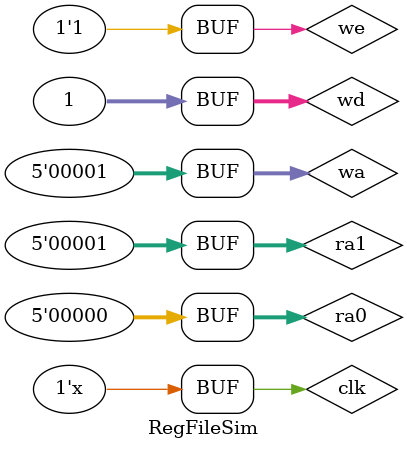
<source format=v>
module RegFileSim();
  reg clk = 0, we;
  reg [4:0] ra0, ra1, wa;
  reg [31:0] wd;
  wire [31:0] rd0, rd1;

  RegFile#(.WIDTH(32)) regfile(
    .clk(clk), .we(we), .ra0(ra0), .ra1(ra1), .wa(wa), .wd(wd), .rd0(rd0), .rd1(rd1));

  always #5 clk = ~clk;

  initial begin
    we = 1;
    ra0 = 0;
    ra1 = 1;
    wa = 0;
    wd = 1;
    #20;
    we = 1;
    ra0 = 0;
    ra1 = 1;
    wa = 0;
    wd = 2;
    #20;
    we = 1;
    ra0 = 0;
    ra1 = 1;
    wa = 1;
    wd = 1;
    #20;
  end
endmodule

</source>
